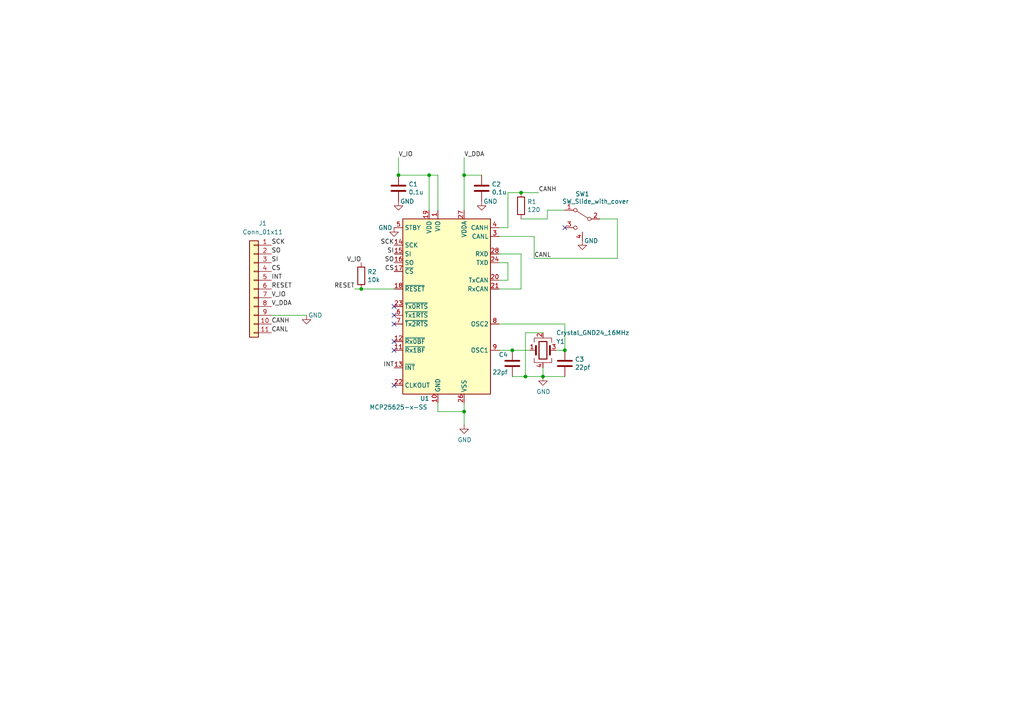
<source format=kicad_sch>
(kicad_sch (version 20230121) (generator eeschema)
  (paper "A4")
  (lib_symbols
    (symbol "Connector_Generic:Conn_01x11" (pin_names (offset 1.016) hide)
      (property "Reference" "J" (at 0 15.24 0))
      (property "Value" "Conn_01x11" (at 0 -15.24 0))
      (symbol "Conn_01x11_1_1"
        (rectangle (start -1.27 -12.573) (end 0 -12.827) (stroke (width 0.1524)))
        (rectangle (start -1.27 -10.033) (end 0 -10.287) (stroke (width 0.1524)))
        (rectangle (start -1.27 -7.493) (end 0 -7.747) (stroke (width 0.1524)))
        (rectangle (start -1.27 -4.953) (end 0 -5.207) (stroke (width 0.1524)))
        (rectangle (start -1.27 -2.413) (end 0 -2.667) (stroke (width 0.1524)))
        (rectangle (start -1.27 0.127) (end 0 -0.127) (stroke (width 0.1524)))
        (rectangle (start -1.27 2.667) (end 0 2.413) (stroke (width 0.1524)))
        (rectangle (start -1.27 5.207) (end 0 4.953) (stroke (width 0.1524)))
        (rectangle (start -1.27 7.747) (end 0 7.493) (stroke (width 0.1524)))
        (rectangle (start -1.27 10.287) (end 0 10.033) (stroke (width 0.1524)))
        (rectangle (start -1.27 12.827) (end 0 12.573) (stroke (width 0.1524)))
        (rectangle (start -1.27 13.97) (end 1.27 -13.97) (stroke (width 0.254)) (fill (type background)))
        (pin passive line (at -5.08 12.7 0) (length 3.81) (name "Pin_1") (number "1"))
        (pin passive line (at -5.08 -10.16 0) (length 3.81) (name "Pin_10") (number "10"))
        (pin passive line (at -5.08 -12.7 0) (length 3.81) (name "Pin_11") (number "11"))
        (pin passive line (at -5.08 10.16 0) (length 3.81) (name "Pin_2") (number "2"))
        (pin passive line (at -5.08 7.62 0) (length 3.81) (name "Pin_3") (number "3"))
        (pin passive line (at -5.08 5.08 0) (length 3.81) (name "Pin_4") (number "4"))
        (pin passive line (at -5.08 2.54 0) (length 3.81) (name "Pin_5") (number "5"))
        (pin passive line (at -5.08 0 0) (length 3.81) (name "Pin_6") (number "6"))
        (pin passive line (at -5.08 -2.54 0) (length 3.81) (name "Pin_7") (number "7"))
        (pin passive line (at -5.08 -5.08 0) (length 3.81) (name "Pin_8") (number "8"))
        (pin passive line (at -5.08 -7.62 0) (length 3.81) (name "Pin_9") (number "9"))
      )
    )
    (symbol "Device:C" (pin_numbers hide) (pin_names (offset 0.254))
      (property "Reference" "C" (at 0.635 2.54 0))
      (property "Value" "C" (at 0.635 -2.54 0))
      (symbol "C_0_1"
        (polyline (pts (xy -2.032 -0.762) (xy 2.032 -0.762)) (stroke (width 0.508)))
        (polyline (pts (xy -2.032 0.762) (xy 2.032 0.762)) (stroke (width 0.508)))
      )
      (symbol "C_1_1"
        (pin passive line (at 0 3.81 270) (length 2.794) (name "~") (number "1"))
        (pin passive line (at 0 -3.81 90) (length 2.794) (name "~") (number "2"))
      )
    )
    (symbol "Device:Crystal_GND24" (pin_names (offset 1.016) hide)
      (property "Reference" "Y" (at 3.175 5.08 0))
      (property "Value" "Crystal_GND24" (at 3.175 3.175 0))
      (symbol "Crystal_GND24_0_1"
        (rectangle (start -1.143 2.54) (end 1.143 -2.54) (stroke (width 0.3048)))
        (polyline (pts (xy -2.54 0) (xy -2.032 0)))
        (polyline (pts (xy -2.032 -1.27) (xy -2.032 1.27)) (stroke (width 0.508)))
        (polyline (pts (xy 0 -3.81) (xy 0 -3.556)))
        (polyline (pts (xy 0 3.556) (xy 0 3.81)))
        (polyline (pts (xy 2.032 -1.27) (xy 2.032 1.27)) (stroke (width 0.508)))
        (polyline (pts (xy 2.032 0) (xy 2.54 0)))
        (polyline (pts (xy -2.54 -2.286) (xy -2.54 -3.556) (xy 2.54 -3.556) (xy 2.54 -2.286)))
        (polyline (pts (xy -2.54 2.286) (xy -2.54 3.556) (xy 2.54 3.556) (xy 2.54 2.286)))
      )
      (symbol "Crystal_GND24_1_1"
        (pin passive line (at -3.81 0 0) (length 1.27) (name "1") (number "1"))
        (pin passive line (at 0 5.08 270) (length 1.27) (name "2") (number "2"))
        (pin passive line (at 3.81 0 180) (length 1.27) (name "3") (number "3"))
        (pin passive line (at 0 -5.08 90) (length 1.27) (name "4") (number "4"))
      )
    )
    (symbol "Device:R" (pin_numbers hide) (pin_names (offset 0))
      (property "Reference" "R" (at 2.032 0 90))
      (property "Value" "R" (at 0 0 90))
      (symbol "R_0_1"
        (rectangle (start -1.016 -2.54) (end 1.016 2.54) (stroke (width 0.254)))
      )
      (symbol "R_1_1"
        (pin passive line (at 0 3.81 270) (length 1.27) (name "~") (number "1"))
        (pin passive line (at 0 -3.81 90) (length 1.27) (name "~") (number "2"))
      )
    )
    (symbol "Interface_CAN_LIN:MCP25625-x-SS"
      (property "Reference" "U" (at -11.43 26.67 0))
      (property "Value" "MCP25625-x-SS" (at 15.24 26.67 0))
      (symbol "MCP25625-x-SS_0_1"
        (rectangle (start -12.7 25.4) (end 12.7 -25.4) (stroke (width 0.254)) (fill (type background)))
      )
      (symbol "MCP25625-x-SS_1_1"
        (pin power_in line (at -2.54 27.94 270) (length 2.54) (name "VIO") (number "1"))
        (pin power_in line (at -2.54 -27.94 90) (length 2.54) (name "GND") (number "10"))
        (pin output line (at -15.24 -12.7 0) (length 2.54) (name "~{Rx1BF}") (number "11"))
        (pin output line (at -15.24 -10.16 0) (length 2.54) (name "~{Rx0BF}") (number "12"))
        (pin output line (at -15.24 -17.78 0) (length 2.54) (name "~{INT}") (number "13"))
        (pin input line (at -15.24 17.78 0) (length 2.54) (name "SCK") (number "14"))
        (pin input line (at -15.24 15.24 0) (length 2.54) (name "SI") (number "15"))
        (pin output line (at -15.24 12.7 0) (length 2.54) (name "SO") (number "16"))
        (pin input line (at -15.24 10.16 0) (length 2.54) (name "~{CS}") (number "17"))
        (pin input line (at -15.24 5.08 0) (length 2.54) (name "~{RESET}") (number "18"))
        (pin power_in line (at -5.08 27.94 270) (length 2.54) (name "VDD") (number "19"))
        (pin no_connect line (at 12.7 -15.24 180) (length 2.54) hide (name "NC") (number "2"))
        (pin output line (at 15.24 7.62 180) (length 2.54) (name "TxCAN") (number "20"))
        (pin input line (at 15.24 5.08 180) (length 2.54) (name "RxCAN") (number "21"))
        (pin output line (at -15.24 -22.86 0) (length 2.54) (name "CLKOUT") (number "22"))
        (pin input line (at -15.24 0 0) (length 2.54) (name "~{Tx0RTS}") (number "23"))
        (pin input line (at 15.24 12.7 180) (length 2.54) (name "TXD") (number "24"))
        (pin no_connect line (at 12.7 -17.78 180) (length 2.54) hide (name "NC") (number "25"))
        (pin power_in line (at 5.08 -27.94 90) (length 2.54) (name "VSS") (number "26"))
        (pin power_in line (at 5.08 27.94 270) (length 2.54) (name "VDDA") (number "27"))
        (pin output line (at 15.24 15.24 180) (length 2.54) (name "RXD") (number "28"))
        (pin bidirectional line (at 15.24 20.32 180) (length 2.54) (name "CANL") (number "3"))
        (pin bidirectional line (at 15.24 22.86 180) (length 2.54) (name "CANH") (number "4"))
        (pin input line (at -15.24 22.86 0) (length 2.54) (name "STBY") (number "5"))
        (pin input line (at -15.24 -2.54 0) (length 2.54) (name "~{Tx1RTS}") (number "6"))
        (pin input line (at -15.24 -5.08 0) (length 2.54) (name "~{Tx2RTS}") (number "7"))
        (pin output line (at 15.24 -5.08 180) (length 2.54) (name "OSC2") (number "8"))
        (pin input line (at 15.24 -12.7 180) (length 2.54) (name "OSC1") (number "9"))
      )
    )
    (symbol "asukiaaa-kicad-symbols:SW_Slide_with_cover" (pin_names (offset 0) hide)
      (property "Reference" "SW" (at 0 4.318 0))
      (property "Value" "SW_Slide_with_cover" (at 0 -5.08 0))
      (symbol "SW_Slide_with_cover_0_0"
        (circle (center -2.032 0) (radius 0.508))
        (circle (center 2.032 -2.54) (radius 0.508))
      )
      (symbol "SW_Slide_with_cover_0_1"
        (polyline (pts (xy -1.524 0.254) (xy 1.651 2.286)))
        (circle (center 2.032 2.54) (radius 0.508))
      )
      (symbol "SW_Slide_with_cover_1_1"
        (pin passive line (at 5.08 2.54 180) (length 2.54) (name "A") (number "1"))
        (pin passive line (at -5.08 0 0) (length 2.54) (name "B") (number "2"))
        (pin passive line (at 5.08 -2.54 180) (length 2.54) (name "C") (number "3"))
        (pin input line (at 0 -6.35 90) (length 2.54) (name "Cover") (number "4"))
      )
    )
    (symbol "power:GND" (power) (pin_names (offset 0))
      (property "Value" "GND" (at 0 -3.81 0))
      (symbol "GND_0_1"
        (polyline (pts (xy 0 0) (xy 0 -1.27) (xy 1.27 -1.27) (xy 0 -2.54) (xy -1.27 -1.27) (xy 0 -1.27)))
      )
      (symbol "GND_1_1"
        (pin power_in line (at 0 0 270) (length 0) hide (name "GND") (number "1"))
      )
    )
  )
  (junction (at 157.48 109.22))
  (junction (at 134.62 50.8))
  (junction (at 134.62 119.38))
  (junction (at 148.59 101.6))
  (junction (at 152.4 109.22))
  (junction (at 115.57 50.8))
  (junction (at 151.13 55.88))
  (junction (at 163.83 101.6))
  (junction (at 104.775 83.82))
  (junction (at 124.46 50.8))
  (no_connect (at 114.3 93.98))
  (no_connect (at 114.3 101.6))
  (no_connect (at 163.83 66.04))
  (no_connect (at 114.3 111.76))
  (no_connect (at 114.3 91.44))
  (no_connect (at 114.3 88.9))
  (no_connect (at 114.3 99.06))
  (wire (pts (xy 144.78 93.98) (xy 163.83 93.98)))
  (wire (pts (xy 151.13 83.82) (xy 151.13 73.66)))
  (wire (pts (xy 154.94 68.58) (xy 144.78 68.58)))
  (wire (pts (xy 147.32 76.2) (xy 147.32 81.28)))
  (wire (pts (xy 134.62 45.72) (xy 134.62 50.8)))
  (wire (pts (xy 127 50.8) (xy 124.46 50.8)))
  (wire (pts (xy 151.13 55.88) (xy 147.32 55.88)))
  (wire (pts (xy 148.59 101.6) (xy 153.67 101.6)))
  (wire (pts (xy 157.48 96.52) (xy 152.4 96.52)))
  (wire (pts (xy 179.07 63.5) (xy 173.99 63.5)))
  (wire (pts (xy 148.59 109.22) (xy 152.4 109.22)))
  (wire (pts (xy 102.87 83.82) (xy 104.775 83.82)))
  (wire (pts (xy 152.4 96.52) (xy 152.4 109.22)))
  (wire (pts (xy 104.775 83.82) (xy 114.3 83.82)))
  (wire (pts (xy 144.78 66.04) (xy 147.32 66.04)))
  (wire (pts (xy 134.62 60.96) (xy 134.62 50.8)))
  (wire (pts (xy 134.62 119.38) (xy 127 119.38)))
  (wire (pts (xy 152.4 109.22) (xy 157.48 109.22)))
  (wire (pts (xy 151.13 63.5) (xy 158.75 63.5)))
  (wire (pts (xy 144.78 83.82) (xy 151.13 83.82)))
  (wire (pts (xy 139.7 50.8) (xy 134.62 50.8)))
  (wire (pts (xy 154.94 74.93) (xy 179.07 74.93)))
  (wire (pts (xy 127 50.8) (xy 127 60.96)))
  (wire (pts (xy 124.46 50.8) (xy 115.57 50.8)))
  (wire (pts (xy 158.75 63.5) (xy 158.75 60.96)))
  (wire (pts (xy 78.74 91.44) (xy 88.9 91.44)))
  (wire (pts (xy 158.75 60.96) (xy 163.83 60.96)))
  (wire (pts (xy 163.83 101.6) (xy 161.29 101.6)))
  (wire (pts (xy 154.94 68.58) (xy 154.94 74.93)))
  (wire (pts (xy 144.78 101.6) (xy 148.59 101.6)))
  (wire (pts (xy 134.62 123.19) (xy 134.62 119.38)))
  (wire (pts (xy 134.62 119.38) (xy 134.62 116.84)))
  (wire (pts (xy 147.32 81.28) (xy 144.78 81.28)))
  (wire (pts (xy 163.83 109.22) (xy 157.48 109.22)))
  (wire (pts (xy 157.48 109.22) (xy 157.48 106.68)))
  (wire (pts (xy 147.32 55.88) (xy 147.32 66.04)))
  (wire (pts (xy 127 119.38) (xy 127 116.84)))
  (wire (pts (xy 156.21 55.88) (xy 151.13 55.88)))
  (wire (pts (xy 151.13 73.66) (xy 144.78 73.66)))
  (wire (pts (xy 144.78 76.2) (xy 147.32 76.2)))
  (wire (pts (xy 124.46 60.96) (xy 124.46 50.8)))
  (wire (pts (xy 179.07 63.5) (xy 179.07 74.93)))
  (wire (pts (xy 163.83 93.98) (xy 163.83 101.6)))
  (wire (pts (xy 115.57 45.72) (xy 115.57 50.8)))
  (label "V_IO" (at 78.74 86.36 0))
  (label "RESET" (at 78.74 83.82 0))
  (label "SI" (at 114.3 73.66 180))
  (label "SCK" (at 114.3 71.12 180))
  (label "RESET" (at 102.87 83.82 180))
  (label "CANL" (at 154.94 74.93 0))
  (label "V_DDA" (at 78.74 88.9 0))
  (label "SO" (at 114.3 76.2 180))
  (label "SI" (at 78.74 76.2 0))
  (label "V_IO" (at 104.775 76.2 180))
  (label "CANL" (at 78.74 96.52 0))
  (label "V_DDA" (at 134.62 45.72 0))
  (label "SCK" (at 78.74 71.12 0))
  (label "SO" (at 78.74 73.66 0))
  (label "CS" (at 78.74 78.74 0))
  (label "CS" (at 114.3 78.74 180))
  (label "INT" (at 114.3 106.68 180))
  (label "CANH" (at 78.74 93.98 0))
  (label "CANH" (at 156.21 55.88 0))
  (label "INT" (at 78.74 81.28 0))
  (label "V_IO" (at 115.57 45.72 0))
  (symbol (lib_id "Interface_CAN_LIN:MCP25625-x-SS") (at 129.54 88.9 0) (unit 1)
    (property "Reference" "U1" (at 123.19 115.57 0))
    (property "Value" "MCP25625-x-SS" (at 115.57 118.11 0))
    (property "Footprint" "Package_SO:SSOP-28_5.3x10.2mm_P0.65mm" (effects hide))
    (property "Datasheet" "http://ww1.microchip.com/downloads/en/DeviceDoc/20005282B.pdf" (effects hide))
  )
  (symbol (lib_id "power:GND") (at 134.62 123.19 0) (unit 1)
    (property "Reference" "#PWR0101" (effects hide))
    (property "Value" "GND" (at 134.747 127.5842 0))
  )
  (symbol (lib_id "Device:C") (at 139.7 54.61 0) (unit 1)
    (property "Reference" "C2" (at 142.621 53.4416 0) (effects (justify left)))
    (property "Value" "0.1u" (at 142.621 55.753 0) (effects (justify left)))
    (property "Footprint" "Capacitor_SMD:C_0402_1005Metric" (effects hide))
  )
  (symbol (lib_id "Device:C") (at 115.57 54.61 0) (unit 1)
    (property "Reference" "C1" (at 118.491 53.4416 0) (effects (justify left)))
    (property "Value" "0.1u" (at 118.491 55.753 0) (effects (justify left)))
    (property "Footprint" "Capacitor_SMD:C_0402_1005Metric" (effects hide))
  )
  (symbol (lib_id "power:GND") (at 139.7 58.42 0) (unit 1)
    (property "Reference" "#PWR0102" (effects hide))
    (property "Value" "GND" (at 142.24 58.42 0))
  )
  (symbol (lib_id "power:GND") (at 114.3 66.04 0) (mirror y) (unit 1)
    (property "Reference" "#PWR0103" (effects hide))
    (property "Value" "GND" (at 111.76 66.04 0))
  )
  (symbol (lib_id "power:GND") (at 115.57 58.42 0) (unit 1)
    (property "Reference" "#PWR0104" (effects hide))
    (property "Value" "GND" (at 118.11 58.42 0))
  )
  (symbol (lib_id "Device:R") (at 151.13 59.69 0) (unit 1)
    (property "Reference" "R1" (at 152.908 58.5216 0) (effects (justify left)))
    (property "Value" "120" (at 152.908 60.833 0) (effects (justify left)))
    (property "Footprint" "Resistor_SMD:R_0402_1005Metric" (effects hide))
  )
  (symbol (lib_id "power:GND") (at 88.9 91.44 0) (unit 1)
    (property "Reference" "#PWR0105" (effects hide))
    (property "Value" "GND" (at 91.44 91.44 0))
  )
  (symbol (lib_id "Connector_Generic:Conn_01x11") (at 73.66 83.82 0) (mirror y) (unit 1)
    (property "Reference" "J1" (at 76.2 64.77 0))
    (property "Value" "Conn_01x11" (at 76.2 67.31 0))
    (property "Footprint" "asukiaaa-kicad-footprints:PinHeader_1x11_P2.54mm_Vertical_witout_silk" (effects hide))
  )
  (symbol (lib_id "asukiaaa-kicad-symbols:SW_Slide_with_cover") (at 168.91 63.5 0) (mirror y) (unit 1)
    (property "Reference" "SW1" (at 168.91 56.261 0))
    (property "Value" "SW_Slide_with_cover" (at 172.72 58.42 0))
    (property "Footprint" "asukiaaa-kicad-footprints:slide_switch_smd" (effects hide))
  )
  (symbol (lib_id "power:GND") (at 168.91 69.85 0) (unit 1)
    (property "Reference" "#PWR0106" (effects hide))
    (property "Value" "GND" (at 171.45 69.85 0))
  )
  (symbol (lib_id "Device:C") (at 148.59 105.41 0) (mirror y) (unit 1)
    (property "Reference" "C4" (at 147.32 102.87 0) (effects (justify left)))
    (property "Value" "22pf" (at 147.32 107.95 0) (effects (justify left)))
    (property "Footprint" "Capacitor_SMD:C_0402_1005Metric" (effects hide))
  )
  (symbol (lib_id "Device:Crystal_GND24") (at 157.48 101.6 0) (unit 1)
    (property "Reference" "Y1" (at 161.29 99.06 0) (effects (justify left)))
    (property "Value" "Crystal_GND24_16MHz" (at 161.29 96.52 0) (effects (justify left)))
    (property "Footprint" "Crystal:Crystal_SMD_SeikoEpson_FA238-4Pin_3.2x2.5mm" (effects hide))
  )
  (symbol (lib_id "Device:C") (at 163.83 105.41 0) (unit 1)
    (property "Reference" "C3" (at 166.751 104.2416 0) (effects (justify left)))
    (property "Value" "22pf" (at 166.751 106.553 0) (effects (justify left)))
    (property "Footprint" "Capacitor_SMD:C_0402_1005Metric" (effects hide))
  )
  (symbol (lib_id "power:GND") (at 157.48 109.22 0) (unit 1)
    (property "Reference" "#PWR0107" (effects hide))
    (property "Value" "GND" (at 157.607 113.6142 0))
  )
  (symbol (lib_id "Device:R") (at 104.775 80.01 0) (unit 1)
    (property "Reference" "R2" (at 106.553 78.8416 0) (effects (justify left)))
    (property "Value" "10k" (at 106.553 81.153 0) (effects (justify left)))
    (property "Footprint" "Resistor_SMD:R_0402_1005Metric" (effects hide))
  )
)
</source>
